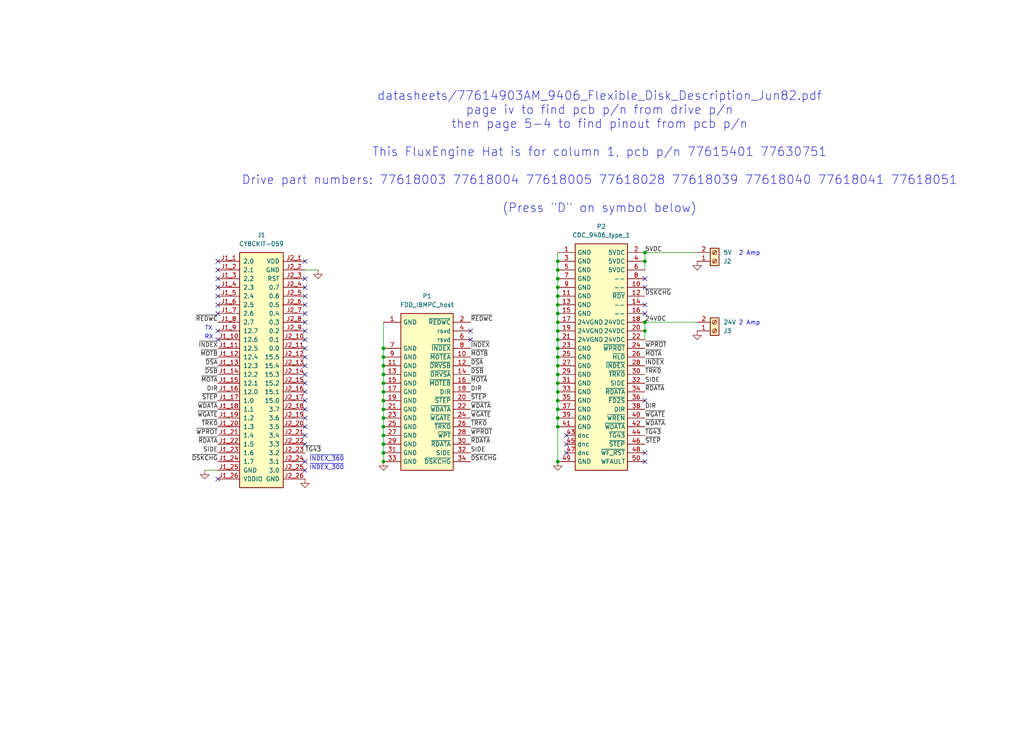
<source format=kicad_sch>
(kicad_sch (version 20231120) (generator "eeschema") (generator_version "8.0")
  (paper "User" 298.45 217.322)
  (title_block (title "FluxEngine_Hat for PC and CDC-9406 cfg 1") (date "2024-04-24") (rev "001") (company "Brian K. White - b.kenyon.w@gmail.com") (comment 1 "CC BY-SA") (comment 2 "github.com/bkw777/FluxEngine_Kit"))
  (lib_symbols
    (symbol "000_LOCAL:CY8CKIT-059" (pin_names (offset 1.016))
      (property "Reference" "J" (at 0 34.29 0))
      (property "Value" "CY8CKIT-059" (at 0 -37.084 0))
      (symbol "CY8CKIT-059_1_1"
        (rectangle (start -6.35 33.02) (end 6.35 -35.56) (stroke (width 0.254)) (fill (type background)))
        (pin passive line (at -12.7 30.48 0) (length 6.35) (name "2.0") (number "J1_1"))
        (pin passive line (at -12.7 7.62 0) (length 6.35) (name "12.6") (number "J1_10"))
        (pin passive line (at -12.7 5.08 0) (length 6.35) (name "12.5") (number "J1_11"))
        (pin passive line (at -12.7 2.54 0) (length 6.35) (name "12.4") (number "J1_12"))
        (pin passive line (at -12.7 0 0) (length 6.35) (name "12.3") (number "J1_13"))
        (pin passive line (at -12.7 -2.54 0) (length 6.35) (name "12.2") (number "J1_14"))
        (pin passive line (at -12.7 -5.08 0) (length 6.35) (name "12.1") (number "J1_15"))
        (pin passive line (at -12.7 -7.62 0) (length 6.35) (name "12.0") (number "J1_16"))
        (pin passive line (at -12.7 -10.16 0) (length 6.35) (name "1.0") (number "J1_17"))
        (pin passive line (at -12.7 -12.7 0) (length 6.35) (name "1.1") (number "J1_18"))
        (pin passive line (at -12.7 -15.24 0) (length 6.35) (name "1.2") (number "J1_19"))
        (pin passive line (at -12.7 27.94 0) (length 6.35) (name "2.1") (number "J1_2"))
        (pin passive line (at -12.7 -17.78 0) (length 6.35) (name "1.3") (number "J1_20"))
        (pin passive line (at -12.7 -20.32 0) (length 6.35) (name "1.4") (number "J1_21"))
        (pin passive line (at -12.7 -22.86 0) (length 6.35) (name "1.5") (number "J1_22"))
        (pin passive line (at -12.7 -25.4 0) (length 6.35) (name "1.6") (number "J1_23"))
        (pin passive line (at -12.7 -27.94 0) (length 6.35) (name "1.7") (number "J1_24"))
        (pin passive line (at -12.7 -30.48 0) (length 6.35) (name "GND") (number "J1_25"))
        (pin passive line (at -12.7 -33.02 0) (length 6.35) (name "VDDIO") (number "J1_26"))
        (pin passive line (at -12.7 25.4 0) (length 6.35) (name "2.2") (number "J1_3"))
        (pin passive line (at -12.7 22.86 0) (length 6.35) (name "2.3") (number "J1_4"))
        (pin passive line (at -12.7 20.32 0) (length 6.35) (name "2.4") (number "J1_5"))
        (pin passive line (at -12.7 17.78 0) (length 6.35) (name "2.5") (number "J1_6"))
        (pin passive line (at -12.7 15.24 0) (length 6.35) (name "2.6") (number "J1_7"))
        (pin passive line (at -12.7 12.7 0) (length 6.35) (name "2.7") (number "J1_8"))
        (pin passive line (at -12.7 10.16 0) (length 6.35) (name "12.7") (number "J1_9"))
        (pin passive line (at 12.7 30.48 180) (length 6.35) (name "VDD") (number "J2_1"))
        (pin passive line (at 12.7 7.62 180) (length 6.35) (name "0.1") (number "J2_10"))
        (pin passive line (at 12.7 5.08 180) (length 6.35) (name "0.0") (number "J2_11"))
        (pin passive line (at 12.7 2.54 180) (length 6.35) (name "15.5") (number "J2_12"))
        (pin passive line (at 12.7 0 180) (length 6.35) (name "15.4") (number "J2_13"))
        (pin passive line (at 12.7 -2.54 180) (length 6.35) (name "15.3") (number "J2_14"))
        (pin passive line (at 12.7 -5.08 180) (length 6.35) (name "15.2") (number "J2_15"))
        (pin passive line (at 12.7 -7.62 180) (length 6.35) (name "15.1") (number "J2_16"))
        (pin passive line (at 12.7 -10.16 180) (length 6.35) (name "15.0") (number "J2_17"))
        (pin passive line (at 12.7 -12.7 180) (length 6.35) (name "3.7") (number "J2_18"))
        (pin passive line (at 12.7 -15.24 180) (length 6.35) (name "3.6") (number "J2_19"))
        (pin passive line (at 12.7 27.94 180) (length 6.35) (name "GND") (number "J2_2"))
        (pin passive line (at 12.7 -17.78 180) (length 6.35) (name "3.5") (number "J2_20"))
        (pin passive line (at 12.7 -20.32 180) (length 6.35) (name "3.4") (number "J2_21"))
        (pin passive line (at 12.7 -22.86 180) (length 6.35) (name "3.3") (number "J2_22"))
        (pin passive line (at 12.7 -25.4 180) (length 6.35) (name "3.2") (number "J2_23"))
        (pin passive line (at 12.7 -27.94 180) (length 6.35) (name "3.1") (number "J2_24"))
        (pin passive line (at 12.7 -30.48 180) (length 6.35) (name "3.0") (number "J2_25"))
        (pin passive line (at 12.7 -33.02 180) (length 6.35) (name "GND") (number "J2_26"))
        (pin passive line (at 12.7 25.4 180) (length 6.35) (name "RST") (number "J2_3"))
        (pin passive line (at 12.7 22.86 180) (length 6.35) (name "0.7") (number "J2_4"))
        (pin passive line (at 12.7 20.32 180) (length 6.35) (name "0.6") (number "J2_5"))
        (pin passive line (at 12.7 17.78 180) (length 6.35) (name "0.5") (number "J2_6"))
        (pin passive line (at 12.7 15.24 180) (length 6.35) (name "0.4") (number "J2_7"))
        (pin passive line (at 12.7 12.7 180) (length 6.35) (name "0.3") (number "J2_8"))
        (pin passive line (at 12.7 10.16 180) (length 6.35) (name "0.2") (number "J2_9"))
      )
    )
    (symbol "000_LOCAL:FDD_CDC_9406_pinout_1" (pin_names (offset 0.635))
      (property "Reference" "J" (at 0 31.75 0))
      (property "Value" "FDD_CDC_9406_pinout_1" (at 0 -37.084 0))
      (symbol "FDD_CDC_9406_pinout_1_1_1"
        (rectangle (start -7.62 30.48) (end 7.62 -35.56) (stroke (width 0.254)) (fill (type background)))
        (pin passive line (at -12.7 27.94 0) (length 5.08) (name "GND") (number "1"))
        (pin passive line (at 12.7 17.78 180) (length 5.08) (name "--") (number "10"))
        (pin passive line (at -12.7 15.24 0) (length 5.08) (name "GND") (number "11"))
        (pin passive line (at 12.7 15.24 180) (length 5.08) (name "~{RDY}") (number "12"))
        (pin passive line (at -12.7 12.7 0) (length 5.08) (name "GND") (number "13"))
        (pin passive line (at 12.7 12.7 180) (length 5.08) (name "--") (number "14"))
        (pin passive line (at -12.7 10.16 0) (length 5.08) (name "GND") (number "15"))
        (pin passive line (at 12.7 10.16 180) (length 5.08) (name "--") (number "16"))
        (pin passive line (at -12.7 7.62 0) (length 5.08) (name "24VGND") (number "17"))
        (pin passive line (at 12.7 7.62 180) (length 5.08) (name "24VDC") (number "18"))
        (pin passive line (at -12.7 5.08 0) (length 5.08) (name "24VGND") (number "19"))
        (pin passive line (at 12.7 27.94 180) (length 5.08) (name "5VDC") (number "2"))
        (pin passive line (at 12.7 5.08 180) (length 5.08) (name "24VDC") (number "20"))
        (pin passive line (at -12.7 2.54 0) (length 5.08) (name "24VGND") (number "21"))
        (pin passive line (at 12.7 2.54 180) (length 5.08) (name "24VDC") (number "22"))
        (pin passive line (at -12.7 0 0) (length 5.08) (name "GND") (number "23"))
        (pin passive line (at 12.7 0 180) (length 5.08) (name "~{WPROT}") (number "24"))
        (pin passive line (at -12.7 -2.54 0) (length 5.08) (name "GND") (number "25"))
        (pin passive line (at 12.7 -2.54 180) (length 5.08) (name "~{HLD}") (number "26"))
        (pin passive line (at -12.7 -5.08 0) (length 5.08) (name "GND") (number "27"))
        (pin passive line (at 12.7 -5.08 180) (length 5.08) (name "~{INDEX}") (number "28"))
        (pin passive line (at -12.7 -7.62 0) (length 5.08) (name "GND") (number "29"))
        (pin passive line (at -12.7 25.4 0) (length 5.08) (name "GND") (number "3"))
        (pin passive line (at 12.7 -7.62 180) (length 5.08) (name "~{TRK0}") (number "30"))
        (pin passive line (at -12.7 -10.16 0) (length 5.08) (name "GND") (number "31"))
        (pin passive line (at 12.7 -10.16 180) (length 5.08) (name "SIDE") (number "32"))
        (pin passive line (at -12.7 -12.7 0) (length 5.08) (name "GND") (number "33"))
        (pin passive line (at 12.7 -12.7 180) (length 5.08) (name "~{RDATA}") (number "34"))
        (pin passive line (at -12.7 -15.24 0) (length 5.08) (name "GND") (number "35"))
        (pin passive line (at 12.7 -15.24 180) (length 5.08) (name "~{FD2S}") (number "36"))
        (pin passive line (at -12.7 -17.78 0) (length 5.08) (name "GND") (number "37"))
        (pin passive line (at 12.7 -17.78 180) (length 5.08) (name "DIR") (number "38"))
        (pin passive line (at -12.7 -20.32 0) (length 5.08) (name "GND") (number "39"))
        (pin passive line (at 12.7 25.4 180) (length 5.08) (name "5VDC") (number "4"))
        (pin passive line (at 12.7 -20.32 180) (length 5.08) (name "~{WREN}") (number "40"))
        (pin passive line (at -12.7 -22.86 0) (length 5.08) (name "GND") (number "41"))
        (pin passive line (at 12.7 -22.86 180) (length 5.08) (name "~{WDATA}") (number "42"))
        (pin passive line (at -10.16 -25.4 0) (length 2.54) (name "dnc") (number "43"))
        (pin passive line (at 12.7 -25.4 180) (length 5.08) (name "~{TG43}") (number "44"))
        (pin passive line (at -10.16 -27.94 0) (length 2.54) (name "dnc") (number "45"))
        (pin passive line (at 12.7 -27.94 180) (length 5.08) (name "~{STEP}") (number "46"))
        (pin passive line (at -10.16 -30.48 0) (length 2.54) (name "dnc") (number "47"))
        (pin passive line (at 12.7 -30.48 180) (length 5.08) (name "~{WF_RST}") (number "48"))
        (pin passive line (at -12.7 -33.02 0) (length 5.08) (name "GND") (number "49"))
        (pin passive line (at -12.7 22.86 0) (length 5.08) (name "GND") (number "5"))
        (pin passive line (at 12.7 -33.02 180) (length 5.08) (name "WFAULT") (number "50"))
        (pin passive line (at 12.7 22.86 180) (length 5.08) (name "5VDC") (number "6"))
        (pin passive line (at -12.7 20.32 0) (length 5.08) (name "GND") (number "7"))
        (pin passive line (at 12.7 20.32 180) (length 5.08) (name "--") (number "8"))
        (pin passive line (at -12.7 17.78 0) (length 5.08) (name "GND") (number "9"))
      )
    )
    (symbol "000_LOCAL:FDD_IBMPC_host" (pin_names (offset 0.635))
      (property "Reference" "J" (at 0 24.13 0))
      (property "Value" "FDD_IBMPC_host" (at 0 -24.13 0))
      (symbol "FDD_IBMPC_host_1_1"
        (rectangle (start -7.62 22.86) (end 7.62 -22.86) (stroke (width 0.254)) (fill (type background)))
        (pin passive line (at -12.7 20.32 0) (length 5.08) (name "GND") (number "1"))
        (pin passive line (at 12.7 10.16 180) (length 5.08) (name "~{MOTEA}") (number "10"))
        (pin passive line (at -12.7 7.62 0) (length 5.08) (name "GND") (number "11"))
        (pin passive line (at 12.7 7.62 180) (length 5.08) (name "~{DRVSB}") (number "12"))
        (pin passive line (at -12.7 5.08 0) (length 5.08) (name "GND") (number "13"))
        (pin passive line (at 12.7 5.08 180) (length 5.08) (name "~{DRVSA}") (number "14"))
        (pin passive line (at -12.7 2.54 0) (length 5.08) (name "GND") (number "15"))
        (pin passive line (at 12.7 2.54 180) (length 5.08) (name "~{MOTEB}") (number "16"))
        (pin passive line (at -12.7 0 0) (length 5.08) (name "GND") (number "17"))
        (pin passive line (at 12.7 0 180) (length 5.08) (name "DIR") (number "18"))
        (pin passive line (at -12.7 -2.54 0) (length 5.08) (name "GND") (number "19"))
        (pin passive line (at 12.7 20.32 180) (length 5.08) (name "~{REDWC}") (number "2"))
        (pin passive line (at 12.7 -2.54 180) (length 5.08) (name "~{STEP}") (number "20"))
        (pin passive line (at -12.7 -5.08 0) (length 5.08) (name "GND") (number "21"))
        (pin passive line (at 12.7 -5.08 180) (length 5.08) (name "~{WDATA}") (number "22"))
        (pin passive line (at -12.7 -7.62 0) (length 5.08) (name "GND") (number "23"))
        (pin passive line (at 12.7 -7.62 180) (length 5.08) (name "~{WGATE}") (number "24"))
        (pin passive line (at -12.7 -10.16 0) (length 5.08) (name "GND") (number "25"))
        (pin passive line (at 12.7 -10.16 180) (length 5.08) (name "~{TRK0}") (number "26"))
        (pin passive line (at -12.7 -12.7 0) (length 5.08) (name "GND") (number "27"))
        (pin passive line (at 12.7 -12.7 180) (length 5.08) (name "~{WPT}") (number "28"))
        (pin passive line (at -12.7 -15.24 0) (length 5.08) (name "GND") (number "29"))
        (pin passive line (at 12.7 -15.24 180) (length 5.08) (name "~{RDATA}") (number "30"))
        (pin passive line (at -12.7 -17.78 0) (length 5.08) (name "GND") (number "31"))
        (pin passive line (at 12.7 -17.78 180) (length 5.08) (name "SIDE") (number "32"))
        (pin passive line (at -12.7 -20.32 0) (length 5.08) (name "GND") (number "33"))
        (pin passive line (at 12.7 -20.32 180) (length 5.08) (name "~{DSKCHG}") (number "34"))
        (pin passive line (at 12.7 17.78 180) (length 5.08) (name "rsvd") (number "4"))
        (pin passive line (at 12.7 15.24 180) (length 5.08) (name "rsvd") (number "6"))
        (pin passive line (at -12.7 12.7 0) (length 5.08) (name "GND") (number "7"))
        (pin passive line (at 12.7 12.7 180) (length 5.08) (name "~{INDEX}") (number "8"))
        (pin passive line (at -12.7 10.16 0) (length 5.08) (name "GND") (number "9"))
      )
    )
    (symbol "000_LOCAL:Screw_Terminal_01x02" (pin_names (offset 1.016) hide)
      (property "Reference" "J" (at 0 2.54 0))
      (property "Value" "Screw_Terminal_01x02" (at 0 -5.08 0))
      (symbol "Screw_Terminal_01x02_1_1"
        (rectangle (start -1.27 1.27) (end 1.27 -3.81) (stroke (width 0.254)) (fill (type background)))
        (circle (center 0 -2.54) (radius 0.635) (stroke (width 0.1524)))
        (polyline (pts (xy -0.5334 -2.2098) (xy 0.3302 -3.048)) (stroke (width 0.1524)))
        (polyline (pts (xy -0.5334 0.3302) (xy 0.3302 -0.508)) (stroke (width 0.1524)))
        (polyline (pts (xy -0.3556 -2.032) (xy 0.508 -2.8702)) (stroke (width 0.1524)))
        (polyline (pts (xy -0.3556 0.508) (xy 0.508 -0.3302)) (stroke (width 0.1524)))
        (circle (center 0 0) (radius 0.635) (stroke (width 0.1524)))
        (pin passive line (at -5.08 0 0) (length 3.81) (name "Pin_1") (number "1"))
        (pin passive line (at -5.08 -2.54 0) (length 3.81) (name "Pin_2") (number "2"))
      )
    )
    (symbol "power:GND" (power) (pin_numbers hide) (pin_names (offset 0) hide)
      (property "Value" "GND" (at 0 -3.81 0))
      (symbol "GND_0_1"
        (polyline (pts (xy 0 0) (xy 0 -1.27) (xy 1.27 -1.27) (xy 0 -2.54) (xy -1.27 -1.27) (xy 0 -1.27)))
      )
      (symbol "GND_1_1"
        (pin power_in line (at 0 0 270) (length 0) (name "~") (number "1"))
      )
    )
  )
  (junction (at 111.76 116.84))
  (junction (at 187.96 76.2))
  (junction (at 111.76 104.14))
  (junction (at 162.56 109.22))
  (junction (at 111.76 106.68))
  (junction (at 162.56 111.76))
  (junction (at 162.56 124.46))
  (junction (at 162.56 78.74))
  (junction (at 162.56 121.92))
  (junction (at 187.96 73.66))
  (junction (at 162.56 86.36))
  (junction (at 111.76 114.3))
  (junction (at 162.56 104.14))
  (junction (at 162.56 76.2))
  (junction (at 162.56 81.28))
  (junction (at 111.76 132.08))
  (junction (at 162.56 114.3))
  (junction (at 162.56 101.6))
  (junction (at 162.56 119.38))
  (junction (at 111.76 127))
  (junction (at 162.56 116.84))
  (junction (at 187.96 96.52))
  (junction (at 162.56 88.9))
  (junction (at 111.76 111.76))
  (junction (at 111.76 119.38))
  (junction (at 111.76 101.6))
  (junction (at 162.56 106.68))
  (junction (at 162.56 91.44))
  (junction (at 162.56 96.52))
  (junction (at 111.76 134.62))
  (junction (at 162.56 134.62))
  (junction (at 111.76 109.22))
  (junction (at 162.56 93.98))
  (junction (at 111.76 121.92))
  (junction (at 162.56 99.06))
  (junction (at 187.96 93.98))
  (junction (at 111.76 129.54))
  (junction (at 162.56 83.82))
  (junction (at 111.76 124.46))
  (no_connect (at 165.1 129.54))
  (no_connect (at 63.5 83.82))
  (no_connect (at 63.5 91.44))
  (no_connect (at 187.96 81.28))
  (no_connect (at 63.5 88.9))
  (no_connect (at 165.1 132.08))
  (no_connect (at 187.96 88.9))
  (no_connect (at 63.5 96.52))
  (no_connect (at 63.5 81.28))
  (no_connect (at 63.5 99.06))
  (no_connect (at 88.9 137.16))
  (no_connect (at 187.96 83.82))
  (no_connect (at 165.1 127))
  (no_connect (at 63.5 76.2))
  (no_connect (at 88.9 81.28))
  (no_connect (at 187.96 116.84))
  (no_connect (at 88.9 119.38))
  (no_connect (at 88.9 99.06))
  (no_connect (at 88.9 134.62))
  (no_connect (at 88.9 76.2))
  (no_connect (at 88.9 121.92))
  (no_connect (at 187.96 91.44))
  (no_connect (at 88.9 96.52))
  (no_connect (at 88.9 83.82))
  (no_connect (at 88.9 106.68))
  (no_connect (at 187.96 134.62))
  (no_connect (at 63.5 139.7))
  (no_connect (at 88.9 114.3))
  (no_connect (at 88.9 124.46))
  (no_connect (at 88.9 86.36))
  (no_connect (at 88.9 93.98))
  (no_connect (at 88.9 88.9))
  (no_connect (at 88.9 129.54))
  (no_connect (at 88.9 91.44))
  (no_connect (at 88.9 116.84))
  (no_connect (at 88.9 109.22))
  (no_connect (at 63.5 78.74))
  (no_connect (at 88.9 111.76))
  (no_connect (at 187.96 132.08))
  (no_connect (at 88.9 127))
  (no_connect (at 88.9 104.14))
  (no_connect (at 63.5 86.36))
  (no_connect (at 137.16 96.52))
  (no_connect (at 137.16 99.06))
  (no_connect (at 88.9 101.6))
  (wire (pts (xy 162.56 109.22) (xy 162.56 111.76)))
  (wire (pts (xy 187.96 73.66) (xy 203.2 73.66)))
  (wire (pts (xy 187.96 93.98) (xy 187.96 96.52)))
  (wire (pts (xy 111.76 114.3) (xy 111.76 116.84)))
  (wire (pts (xy 111.76 121.92) (xy 111.76 124.46)))
  (wire (pts (xy 88.9 78.74) (xy 92.71 78.74)))
  (wire (pts (xy 162.56 106.68) (xy 162.56 109.22)))
  (wire (pts (xy 162.56 104.14) (xy 162.56 106.68)))
  (wire (pts (xy 111.76 132.08) (xy 111.76 134.62)))
  (wire (pts (xy 187.96 93.98) (xy 203.2 93.98)))
  (wire (pts (xy 162.56 101.6) (xy 162.56 104.14)))
  (wire (pts (xy 162.56 86.36) (xy 162.56 88.9)))
  (wire (pts (xy 111.76 129.54) (xy 111.76 132.08)))
  (wire (pts (xy 63.5 137.16) (xy 59.69 137.16)))
  (wire (pts (xy 162.56 119.38) (xy 162.56 121.92)))
  (wire (pts (xy 111.76 104.14) (xy 111.76 106.68)))
  (wire (pts (xy 162.56 73.66) (xy 162.56 76.2)))
  (wire (pts (xy 162.56 114.3) (xy 162.56 116.84)))
  (wire (pts (xy 111.76 109.22) (xy 111.76 111.76)))
  (wire (pts (xy 162.56 76.2) (xy 162.56 78.74)))
  (wire (pts (xy 162.56 88.9) (xy 162.56 91.44)))
  (wire (pts (xy 162.56 111.76) (xy 162.56 114.3)))
  (wire (pts (xy 111.76 101.6) (xy 111.76 104.14)))
  (wire (pts (xy 162.56 83.82) (xy 162.56 86.36)))
  (wire (pts (xy 162.56 81.28) (xy 162.56 83.82)))
  (wire (pts (xy 111.76 116.84) (xy 111.76 119.38)))
  (wire (pts (xy 111.76 119.38) (xy 111.76 121.92)))
  (wire (pts (xy 162.56 78.74) (xy 162.56 81.28)))
  (wire (pts (xy 187.96 96.52) (xy 187.96 99.06)))
  (wire (pts (xy 162.56 91.44) (xy 162.56 93.98)))
  (wire (pts (xy 111.76 111.76) (xy 111.76 114.3)))
  (wire (pts (xy 162.56 121.92) (xy 162.56 124.46)))
  (wire (pts (xy 111.76 124.46) (xy 111.76 127)))
  (wire (pts (xy 162.56 93.98) (xy 162.56 96.52)))
  (wire (pts (xy 111.76 93.98) (xy 111.76 101.6)))
  (wire (pts (xy 187.96 73.66) (xy 187.96 76.2)))
  (wire (pts (xy 162.56 96.52) (xy 162.56 99.06)))
  (wire (pts (xy 162.56 116.84) (xy 162.56 119.38)))
  (wire (pts (xy 162.56 99.06) (xy 162.56 101.6)))
  (wire (pts (xy 111.76 106.68) (xy 111.76 109.22)))
  (wire (pts (xy 187.96 76.2) (xy 187.96 78.74)))
  (wire (pts (xy 111.76 127) (xy 111.76 129.54)))
  (wire (pts (xy 162.56 124.46) (xy 162.56 134.62)))
  (text "~{INDEX_300}" (at 90.17 137.16 0) (effects (font (size 1.2446 1.2446)) (justify left bottom)))
  (text "TX" (at 61.976 96.52 0) (effects (font (size 1.2446 1.2446)) (justify right bottom)))
  (text "datasheets/77614903AM_9406_Flexible_Disk_Description_Jun82.pdf\npage iv to find pcb p/n from drive p/n\nthen page 5-4 to find pinout from pcb p/n\n\nThis FluxEngine Hat is for column 1, pcb p/n 77615401 77630751\n\nDrive part numbers: 77618003 77618004 77618005 77618028 77618039 77618040 77618041 77618051\n\n(Press \"D\" on symbol below)" (at 174.752 44.45 0) (effects (font (size 2.54 2.54))))
  (text "2 Amp" (at 218.44 73.914 0) (effects (font (size 1.27 1.27))))
  (text "RX" (at 62.23 99.06 0) (effects (font (size 1.2446 1.2446)) (justify right bottom)))
  (text "~{INDEX_360}" (at 90.17 134.62 0) (effects (font (size 1.2446 1.2446)) (justify left bottom)))
  (text "2 Amp" (at 218.44 94.234 0) (effects (font (size 1.27 1.27))))
  (label "~{WDATA}" (at 137.16 119.38 0) (effects (font (size 1.2446 1.2446))))
  (label "~{WDATA}" (at 187.96 124.46 0) (effects (font (size 1.2446 1.2446))))
  (label "24VDC" (at 187.96 93.98 0))
  (label "~{REDWC}" (at 63.5 93.98 180) (effects (font (size 1.2446 1.2446))))
  (label "~{MOTA}" (at 187.96 104.14 0) (effects (font (size 1.2446 1.2446))))
  (label "~{DSKCHG}" (at 187.96 86.36 0) (effects (font (size 1.2446 1.2446))))
  (label "~{TG43}" (at 187.96 127 0) (effects (font (size 1.2446 1.2446))))
  (label "~{WPROT}" (at 137.16 127 0) (effects (font (size 1.2446 1.2446))))
  (label "~{WGATE}" (at 137.16 121.92 0) (effects (font (size 1.2446 1.2446))))
  (label "~{WPROT}" (at 63.5 127 180) (effects (font (size 1.2446 1.2446))))
  (label "~{REDWC}" (at 137.16 93.98 0) (effects (font (size 1.2446 1.2446))))
  (label "~{DSB}" (at 137.16 109.22 0) (effects (font (size 1.2446 1.2446))))
  (label "SIDE" (at 137.16 132.08 0) (effects (font (size 1.2446 1.2446))))
  (label "~{WDATA}" (at 63.5 119.38 180) (effects (font (size 1.2446 1.2446))))
  (label "~{TRK0}" (at 137.16 124.46 0) (effects (font (size 1.2446 1.2446))))
  (label "~{WPROT}" (at 187.96 101.6 0) (effects (font (size 1.2446 1.2446))))
  (label "~{MOTB}" (at 137.16 104.14 0) (effects (font (size 1.2446 1.2446))))
  (label "~{DSB}" (at 63.5 109.22 180) (effects (font (size 1.2446 1.2446))))
  (label "~{RDATA}" (at 137.16 129.54 0) (effects (font (size 1.2446 1.2446))))
  (label "~{DSA}" (at 63.5 106.68 180) (effects (font (size 1.2446 1.2446))))
  (label "~{MOTA}" (at 63.5 111.76 180) (effects (font (size 1.2446 1.2446))))
  (label "~{WGATE}" (at 187.96 121.92 0) (effects (font (size 1.2446 1.2446))))
  (label "~{INDEX}" (at 187.96 106.68 0) (effects (font (size 1.2446 1.2446))))
  (label "~{STEP}" (at 137.16 116.84 0) (effects (font (size 1.2446 1.2446))))
  (label "~{DSA}" (at 137.16 106.68 0) (effects (font (size 1.2446 1.2446))))
  (label "~{TRK0}" (at 187.96 109.22 0) (effects (font (size 1.2446 1.2446))))
  (label "~{DSKCHG}" (at 63.5 134.62 180) (effects (font (size 1.2446 1.2446))))
  (label "~{STEP}" (at 63.5 116.84 180) (effects (font (size 1.2446 1.2446))))
  (label "SIDE" (at 63.5 132.08 180) (effects (font (size 1.2446 1.2446))))
  (label "~{DSKCHG}" (at 137.16 134.62 0) (effects (font (size 1.2446 1.2446))))
  (label "~{TRK0}" (at 63.5 124.46 180) (effects (font (size 1.2446 1.2446))))
  (label "~{RDATA}" (at 187.96 114.3 0) (effects (font (size 1.2446 1.2446))))
  (label "~{MOTA}" (at 137.16 111.76 0) (effects (font (size 1.2446 1.2446))))
  (label "~{STEP}" (at 187.96 129.54 0) (effects (font (size 1.2446 1.2446))))
  (label "SIDE" (at 187.96 111.76 0) (effects (font (size 1.2446 1.2446))))
  (label "~{INDEX}" (at 137.16 101.6 0) (effects (font (size 1.2446 1.2446))))
  (label "DIR" (at 63.5 114.3 180) (effects (font (size 1.2446 1.2446))))
  (label "~{WGATE}" (at 63.5 121.92 180) (effects (font (size 1.2446 1.2446))))
  (label "~{TG43}" (at 88.9 132.08 0) (effects (font (size 1.2446 1.2446))))
  (label "~{RDATA}" (at 63.5 129.54 180) (effects (font (size 1.2446 1.2446))))
  (label "5VDC" (at 187.96 73.66 0))
  (label "~{MOTB}" (at 63.5 104.14 180) (effects (font (size 1.2446 1.2446))))
  (label "DIR" (at 137.16 114.3 0) (effects (font (size 1.2446 1.2446))))
  (label "DIR" (at 187.96 119.38 0) (effects (font (size 1.2446 1.2446))))
  (label "~{INDEX}" (at 63.5 101.6 180) (effects (font (size 1.2446 1.2446))))
  (symbol (lib_id "000_LOCAL:Screw_Terminal_01x02") (at 208.28 76.2 0) (mirror x) (unit 1)
    (property "Reference" "J2" (at 210.82 76.2001 0) (effects (justify left)))
    (property "Value" "5V" (at 210.82 73.6601 0) (effects (justify left)))
    (property "Footprint" "000_LOCAL:ScrewTerminal_1x02_P3.5mm_vertical" (effects (hide yes)))
    (property "Description" "Generic screw terminal, single row, 01x02, script generated (kicad-library-utils/schlib/autogen/connector/)" (effects (hide yes)))
  )
  (symbol (lib_id "power:GND") (at 203.2 76.2 0) (unit 1)
    (property "Reference" "#PWR01" (effects (hide yes)))
    (property "Value" "GND" (effects (hide yes)))
    (property "Description" "Power symbol creates a global label with name \"GND\" , ground" (effects (hide yes)))
  )
  (symbol (lib_id "000_LOCAL:FDD_CDC_9406_pinout_1") (at 175.26 101.6 0) (unit 1)
    (property "Reference" "P2" (at 175.26 66.04 0))
    (property "Value" "CDC_9406_type_1" (at 175.26 68.58 0))
    (property "Footprint" "000_LOCAL:IDC-Header_2x25_P2.54mm_Latch_Vertical" (effects (hide yes)))
    (property "Datasheet" "datasheets/77614903AM_9406_Flexible_Disk_Description_Jun82.pdf" (effects (hide yes)))
    (property "Description" "Control Data 9406 floppy drive, pin cfg 1, pcb# 77615401 77630751" (effects (hide yes)))
  )
  (symbol (lib_id "000_LOCAL:Screw_Terminal_01x02") (at 208.28 96.52 0) (mirror x) (unit 1)
    (property "Reference" "J3" (at 210.82 96.5201 0) (effects (justify left)))
    (property "Value" "24V" (at 210.82 93.9801 0) (effects (justify left)))
    (property "Footprint" "000_LOCAL:ScrewTerminal_1x02_P3.5mm_vertical" (effects (hide yes)))
    (property "Description" "Generic screw terminal, single row, 01x02, script generated (kicad-library-utils/schlib/autogen/connector/)" (effects (hide yes)))
  )
  (symbol (lib_id "power:GND") (at 203.2 96.52 0) (unit 1)
    (property "Reference" "#PWR03" (effects (hide yes)))
    (property "Value" "GND" (effects (hide yes)))
    (property "Description" "Power symbol creates a global label with name \"GND\" , ground" (effects (hide yes)))
  )
  (symbol (lib_id "power:GND") (at 88.9 139.7 0) (unit 1)
    (property "Reference" "#PWR06" (effects (hide yes)))
    (property "Value" "GND" (effects (hide yes)))
    (property "Description" "Power symbol creates a global label with name \"GND\" , ground" (effects (hide yes)))
  )
  (symbol (lib_id "000_LOCAL:CY8CKIT-059") (at 76.2 106.68 0) (unit 1)
    (property "Reference" "J1" (at 76.2 68.58 0))
    (property "Value" "CY8CKIT-059" (at 76.2 71.12 0))
    (property "Footprint" "000_LOCAL:CY8CKIT-059 dry fit" (effects (hide yes)))
    (property "Datasheet" "datasheets/CY8CKIT-059.pdf" (effects (hide yes)))
    (property "Description" "Infineon Cypress CY8CKIT-059 Arm & CPLD eval board " (effects (hide yes)))
  )
  (symbol (lib_id "000_LOCAL:FDD_IBMPC_host") (at 124.46 114.3 0) (unit 1)
    (property "Reference" "P1" (at 124.46 86.36 0))
    (property "Value" "FDD_IBMPC_host" (at 124.46 88.9 0))
    (property "Footprint" "000_LOCAL:IDC-Header_2x17_P2.54mm_Latch_Vertical - FDD" (effects (hide yes)))
    (property "Datasheet" "datasheets/86130342114345E1LF.pdf" (effects (hide yes)))
    (property "Description" "34-pin IBM PC floppy drive interface, host-side, pins 3 & 5 removed" (effects (hide yes)))
  )
  (symbol (lib_id "power:GND") (at 92.71 78.74 0) (mirror y) (unit 1)
    (property "Reference" "#PWR08" (effects (hide yes)))
    (property "Value" "GND" (effects (hide yes)))
    (property "Description" "Power symbol creates a global label with name \"GND\" , ground" (effects (hide yes)))
  )
  (symbol (lib_id "power:GND") (at 111.76 134.62 0) (unit 1)
    (property "Reference" "#PWR07" (effects (hide yes)))
    (property "Value" "GND" (effects (hide yes)))
    (property "Description" "Power symbol creates a global label with name \"GND\" , ground" (effects (hide yes)))
  )
  (symbol (lib_id "power:GND") (at 162.56 134.62 0) (unit 1)
    (property "Reference" "#PWR02" (effects (hide yes)))
    (property "Value" "GND" (effects (hide yes)))
    (property "Description" "Power symbol creates a global label with name \"GND\" , ground" (effects (hide yes)))
  )
  (symbol (lib_id "power:GND") (at 59.69 137.16 0) (mirror y) (unit 1)
    (property "Reference" "#PWR04" (effects (hide yes)))
    (property "Value" "GND" (effects (hide yes)))
    (property "Description" "Power symbol creates a global label with name \"GND\" , ground" (effects (hide yes)))
  )
)
</source>
